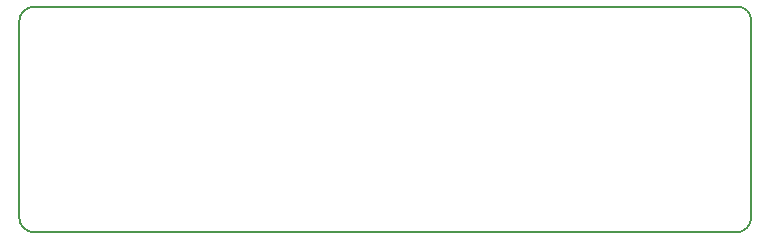
<source format=gm1>
G04 #@! TF.GenerationSoftware,KiCad,Pcbnew,5.0.2-bee76a0~70~ubuntu18.04.1*
G04 #@! TF.CreationDate,2019-03-14T11:27:35-04:00*
G04 #@! TF.ProjectId,Backpack,4261636b-7061-4636-9b2e-6b696361645f,rev?*
G04 #@! TF.SameCoordinates,Original*
G04 #@! TF.FileFunction,Profile,NP*
%FSLAX46Y46*%
G04 Gerber Fmt 4.6, Leading zero omitted, Abs format (unit mm)*
G04 Created by KiCad (PCBNEW 5.0.2-bee76a0~70~ubuntu18.04.1) date Thu 14 Mar 2019 11:27:35 AM EDT*
%MOMM*%
%LPD*%
G01*
G04 APERTURE LIST*
%ADD10C,0.150000*%
G04 APERTURE END LIST*
D10*
X124460000Y-21272500D02*
G75*
G03X123317000Y-20129500I-1143000J0D01*
G01*
X123190000Y-39243000D02*
G75*
G03X124460000Y-37973000I0J1270000D01*
G01*
X63754000Y-20129500D02*
G75*
G03X62484000Y-21399500I0J-1270000D01*
G01*
X62484000Y-37973000D02*
G75*
G03X63754000Y-39243000I1270000J0D01*
G01*
X123190000Y-39243000D02*
X63754000Y-39243000D01*
X62484000Y-37973000D02*
X62484000Y-21399500D01*
X124460000Y-21272500D02*
X124460000Y-37973000D01*
X123317000Y-20129500D02*
X63754000Y-20129500D01*
M02*

</source>
